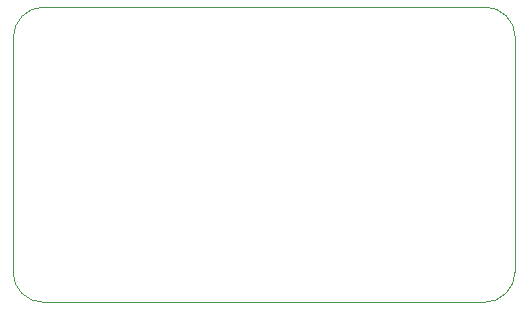
<source format=gbr>
%TF.GenerationSoftware,KiCad,Pcbnew,9.0.6*%
%TF.CreationDate,2025-12-09T16:42:41+01:00*%
%TF.ProjectId,Lumiere,4c756d69-6572-4652-9e6b-696361645f70,rev?*%
%TF.SameCoordinates,Original*%
%TF.FileFunction,Profile,NP*%
%FSLAX46Y46*%
G04 Gerber Fmt 4.6, Leading zero omitted, Abs format (unit mm)*
G04 Created by KiCad (PCBNEW 9.0.6) date 2025-12-09 16:42:41*
%MOMM*%
%LPD*%
G01*
G04 APERTURE LIST*
%TA.AperFunction,Profile*%
%ADD10C,0.050000*%
%TD*%
G04 APERTURE END LIST*
D10*
X52180159Y-12090000D02*
G75*
G02*
X54802346Y-14673383I31999J-2589999D01*
G01*
X54785647Y-34495124D02*
G75*
G02*
X52165492Y-37089998I-2626613J31925D01*
G01*
X54785648Y-34495124D02*
X54802347Y-14680000D01*
X12285150Y-14712189D02*
X12257652Y-34516094D01*
X52165492Y-37090000D02*
X14815816Y-37090000D01*
X14815816Y-37090000D02*
G75*
G02*
X12257651Y-34506618I32026J2590001D01*
G01*
X12285149Y-14712189D02*
G75*
G02*
X14868532Y-12090001I2589999J32000D01*
G01*
X52180158Y-12090000D02*
X14868532Y-12090000D01*
M02*

</source>
